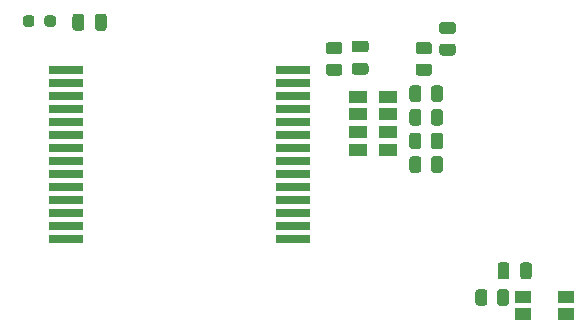
<source format=gbr>
%TF.GenerationSoftware,KiCad,Pcbnew,5.1.10-88a1d61d58~90~ubuntu20.04.1*%
%TF.CreationDate,2021-12-07T12:23:46+00:00*%
%TF.ProjectId,nrf52840,6e726635-3238-4343-902e-6b696361645f,rev?*%
%TF.SameCoordinates,Original*%
%TF.FileFunction,Paste,Top*%
%TF.FilePolarity,Positive*%
%FSLAX46Y46*%
G04 Gerber Fmt 4.6, Leading zero omitted, Abs format (unit mm)*
G04 Created by KiCad (PCBNEW 5.1.10-88a1d61d58~90~ubuntu20.04.1) date 2021-12-07 12:23:46*
%MOMM*%
%LPD*%
G01*
G04 APERTURE LIST*
%ADD10R,1.500000X1.000000*%
%ADD11R,1.400000X1.050000*%
%ADD12R,3.000000X0.800000*%
G04 APERTURE END LIST*
%TO.C,R8*%
G36*
G01*
X168650001Y-100900000D02*
X167749999Y-100900000D01*
G75*
G02*
X167500000Y-100650001I0J249999D01*
G01*
X167500000Y-100124999D01*
G75*
G02*
X167749999Y-99875000I249999J0D01*
G01*
X168650001Y-99875000D01*
G75*
G02*
X168900000Y-100124999I0J-249999D01*
G01*
X168900000Y-100650001D01*
G75*
G02*
X168650001Y-100900000I-249999J0D01*
G01*
G37*
G36*
G01*
X168650001Y-102725000D02*
X167749999Y-102725000D01*
G75*
G02*
X167500000Y-102475001I0J249999D01*
G01*
X167500000Y-101949999D01*
G75*
G02*
X167749999Y-101700000I249999J0D01*
G01*
X168650001Y-101700000D01*
G75*
G02*
X168900000Y-101949999I0J-249999D01*
G01*
X168900000Y-102475001D01*
G75*
G02*
X168650001Y-102725000I-249999J0D01*
G01*
G37*
%TD*%
%TO.C,R7*%
G36*
G01*
X178250001Y-99200000D02*
X177349999Y-99200000D01*
G75*
G02*
X177100000Y-98950001I0J249999D01*
G01*
X177100000Y-98424999D01*
G75*
G02*
X177349999Y-98175000I249999J0D01*
G01*
X178250001Y-98175000D01*
G75*
G02*
X178500000Y-98424999I0J-249999D01*
G01*
X178500000Y-98950001D01*
G75*
G02*
X178250001Y-99200000I-249999J0D01*
G01*
G37*
G36*
G01*
X178250001Y-101025000D02*
X177349999Y-101025000D01*
G75*
G02*
X177100000Y-100775001I0J249999D01*
G01*
X177100000Y-100249999D01*
G75*
G02*
X177349999Y-100000000I249999J0D01*
G01*
X178250001Y-100000000D01*
G75*
G02*
X178500000Y-100249999I0J-249999D01*
G01*
X178500000Y-100775001D01*
G75*
G02*
X178250001Y-101025000I-249999J0D01*
G01*
G37*
%TD*%
%TO.C,R6*%
G36*
G01*
X175349999Y-101700000D02*
X176250001Y-101700000D01*
G75*
G02*
X176500000Y-101949999I0J-249999D01*
G01*
X176500000Y-102475001D01*
G75*
G02*
X176250001Y-102725000I-249999J0D01*
G01*
X175349999Y-102725000D01*
G75*
G02*
X175100000Y-102475001I0J249999D01*
G01*
X175100000Y-101949999D01*
G75*
G02*
X175349999Y-101700000I249999J0D01*
G01*
G37*
G36*
G01*
X175349999Y-99875000D02*
X176250001Y-99875000D01*
G75*
G02*
X176500000Y-100124999I0J-249999D01*
G01*
X176500000Y-100650001D01*
G75*
G02*
X176250001Y-100900000I-249999J0D01*
G01*
X175349999Y-100900000D01*
G75*
G02*
X175100000Y-100650001I0J249999D01*
G01*
X175100000Y-100124999D01*
G75*
G02*
X175349999Y-99875000I249999J0D01*
G01*
G37*
%TD*%
%TO.C,R5*%
G36*
G01*
X175600000Y-109799999D02*
X175600000Y-110700001D01*
G75*
G02*
X175350001Y-110950000I-249999J0D01*
G01*
X174824999Y-110950000D01*
G75*
G02*
X174575000Y-110700001I0J249999D01*
G01*
X174575000Y-109799999D01*
G75*
G02*
X174824999Y-109550000I249999J0D01*
G01*
X175350001Y-109550000D01*
G75*
G02*
X175600000Y-109799999I0J-249999D01*
G01*
G37*
G36*
G01*
X177425000Y-109799999D02*
X177425000Y-110700001D01*
G75*
G02*
X177175001Y-110950000I-249999J0D01*
G01*
X176649999Y-110950000D01*
G75*
G02*
X176400000Y-110700001I0J249999D01*
G01*
X176400000Y-109799999D01*
G75*
G02*
X176649999Y-109550000I249999J0D01*
G01*
X177175001Y-109550000D01*
G75*
G02*
X177425000Y-109799999I0J-249999D01*
G01*
G37*
%TD*%
%TO.C,R4*%
G36*
G01*
X175600000Y-107799999D02*
X175600000Y-108700001D01*
G75*
G02*
X175350001Y-108950000I-249999J0D01*
G01*
X174824999Y-108950000D01*
G75*
G02*
X174575000Y-108700001I0J249999D01*
G01*
X174575000Y-107799999D01*
G75*
G02*
X174824999Y-107550000I249999J0D01*
G01*
X175350001Y-107550000D01*
G75*
G02*
X175600000Y-107799999I0J-249999D01*
G01*
G37*
G36*
G01*
X177425000Y-107799999D02*
X177425000Y-108700001D01*
G75*
G02*
X177175001Y-108950000I-249999J0D01*
G01*
X176649999Y-108950000D01*
G75*
G02*
X176400000Y-108700001I0J249999D01*
G01*
X176400000Y-107799999D01*
G75*
G02*
X176649999Y-107550000I249999J0D01*
G01*
X177175001Y-107550000D01*
G75*
G02*
X177425000Y-107799999I0J-249999D01*
G01*
G37*
%TD*%
%TO.C,R3*%
G36*
G01*
X175600000Y-105799999D02*
X175600000Y-106700001D01*
G75*
G02*
X175350001Y-106950000I-249999J0D01*
G01*
X174824999Y-106950000D01*
G75*
G02*
X174575000Y-106700001I0J249999D01*
G01*
X174575000Y-105799999D01*
G75*
G02*
X174824999Y-105550000I249999J0D01*
G01*
X175350001Y-105550000D01*
G75*
G02*
X175600000Y-105799999I0J-249999D01*
G01*
G37*
G36*
G01*
X177425000Y-105799999D02*
X177425000Y-106700001D01*
G75*
G02*
X177175001Y-106950000I-249999J0D01*
G01*
X176649999Y-106950000D01*
G75*
G02*
X176400000Y-106700001I0J249999D01*
G01*
X176400000Y-105799999D01*
G75*
G02*
X176649999Y-105550000I249999J0D01*
G01*
X177175001Y-105550000D01*
G75*
G02*
X177425000Y-105799999I0J-249999D01*
G01*
G37*
%TD*%
%TO.C,R2*%
G36*
G01*
X175600000Y-103799999D02*
X175600000Y-104700001D01*
G75*
G02*
X175350001Y-104950000I-249999J0D01*
G01*
X174824999Y-104950000D01*
G75*
G02*
X174575000Y-104700001I0J249999D01*
G01*
X174575000Y-103799999D01*
G75*
G02*
X174824999Y-103550000I249999J0D01*
G01*
X175350001Y-103550000D01*
G75*
G02*
X175600000Y-103799999I0J-249999D01*
G01*
G37*
G36*
G01*
X177425000Y-103799999D02*
X177425000Y-104700001D01*
G75*
G02*
X177175001Y-104950000I-249999J0D01*
G01*
X176649999Y-104950000D01*
G75*
G02*
X176400000Y-104700001I0J249999D01*
G01*
X176400000Y-103799999D01*
G75*
G02*
X176649999Y-103550000I249999J0D01*
G01*
X177175001Y-103550000D01*
G75*
G02*
X177425000Y-103799999I0J-249999D01*
G01*
G37*
%TD*%
D10*
%TO.C,D4*%
X170250000Y-109000000D03*
X172750000Y-109000000D03*
%TD*%
%TO.C,D3*%
X170250000Y-107500000D03*
X172750000Y-107500000D03*
%TD*%
%TO.C,D2*%
X170250000Y-106000000D03*
X172750000Y-106000000D03*
%TD*%
%TO.C,D1*%
X170250000Y-104500000D03*
X172750000Y-104500000D03*
%TD*%
%TO.C,C3*%
G36*
G01*
X183950000Y-119725000D02*
X183950000Y-118775000D01*
G75*
G02*
X184200000Y-118525000I250000J0D01*
G01*
X184700000Y-118525000D01*
G75*
G02*
X184950000Y-118775000I0J-250000D01*
G01*
X184950000Y-119725000D01*
G75*
G02*
X184700000Y-119975000I-250000J0D01*
G01*
X184200000Y-119975000D01*
G75*
G02*
X183950000Y-119725000I0J250000D01*
G01*
G37*
G36*
G01*
X182050000Y-119725000D02*
X182050000Y-118775000D01*
G75*
G02*
X182300000Y-118525000I250000J0D01*
G01*
X182800000Y-118525000D01*
G75*
G02*
X183050000Y-118775000I0J-250000D01*
G01*
X183050000Y-119725000D01*
G75*
G02*
X182800000Y-119975000I-250000J0D01*
G01*
X182300000Y-119975000D01*
G75*
G02*
X182050000Y-119725000I0J250000D01*
G01*
G37*
%TD*%
%TO.C,R1*%
G36*
G01*
X181987500Y-121950001D02*
X181987500Y-121049999D01*
G75*
G02*
X182237499Y-120800000I249999J0D01*
G01*
X182762501Y-120800000D01*
G75*
G02*
X183012500Y-121049999I0J-249999D01*
G01*
X183012500Y-121950001D01*
G75*
G02*
X182762501Y-122200000I-249999J0D01*
G01*
X182237499Y-122200000D01*
G75*
G02*
X181987500Y-121950001I0J249999D01*
G01*
G37*
G36*
G01*
X180162500Y-121950001D02*
X180162500Y-121049999D01*
G75*
G02*
X180412499Y-120800000I249999J0D01*
G01*
X180937501Y-120800000D01*
G75*
G02*
X181187500Y-121049999I0J-249999D01*
G01*
X181187500Y-121950001D01*
G75*
G02*
X180937501Y-122200000I-249999J0D01*
G01*
X180412499Y-122200000D01*
G75*
G02*
X180162500Y-121950001I0J249999D01*
G01*
G37*
%TD*%
%TO.C,FB1*%
G36*
G01*
X143675000Y-98337500D02*
X143675000Y-97862500D01*
G75*
G02*
X143912500Y-97625000I237500J0D01*
G01*
X144412500Y-97625000D01*
G75*
G02*
X144650000Y-97862500I0J-237500D01*
G01*
X144650000Y-98337500D01*
G75*
G02*
X144412500Y-98575000I-237500J0D01*
G01*
X143912500Y-98575000D01*
G75*
G02*
X143675000Y-98337500I0J237500D01*
G01*
G37*
G36*
G01*
X141850000Y-98337500D02*
X141850000Y-97862500D01*
G75*
G02*
X142087500Y-97625000I237500J0D01*
G01*
X142587500Y-97625000D01*
G75*
G02*
X142825000Y-97862500I0J-237500D01*
G01*
X142825000Y-98337500D01*
G75*
G02*
X142587500Y-98575000I-237500J0D01*
G01*
X142087500Y-98575000D01*
G75*
G02*
X141850000Y-98337500I0J237500D01*
G01*
G37*
%TD*%
%TO.C,C2*%
G36*
G01*
X147950000Y-98675000D02*
X147950000Y-97725000D01*
G75*
G02*
X148200000Y-97475000I250000J0D01*
G01*
X148700000Y-97475000D01*
G75*
G02*
X148950000Y-97725000I0J-250000D01*
G01*
X148950000Y-98675000D01*
G75*
G02*
X148700000Y-98925000I-250000J0D01*
G01*
X148200000Y-98925000D01*
G75*
G02*
X147950000Y-98675000I0J250000D01*
G01*
G37*
G36*
G01*
X146050000Y-98675000D02*
X146050000Y-97725000D01*
G75*
G02*
X146300000Y-97475000I250000J0D01*
G01*
X146800000Y-97475000D01*
G75*
G02*
X147050000Y-97725000I0J-250000D01*
G01*
X147050000Y-98675000D01*
G75*
G02*
X146800000Y-98925000I-250000J0D01*
G01*
X146300000Y-98925000D01*
G75*
G02*
X146050000Y-98675000I0J250000D01*
G01*
G37*
%TD*%
%TO.C,C1*%
G36*
G01*
X170875000Y-100750000D02*
X169925000Y-100750000D01*
G75*
G02*
X169675000Y-100500000I0J250000D01*
G01*
X169675000Y-100000000D01*
G75*
G02*
X169925000Y-99750000I250000J0D01*
G01*
X170875000Y-99750000D01*
G75*
G02*
X171125000Y-100000000I0J-250000D01*
G01*
X171125000Y-100500000D01*
G75*
G02*
X170875000Y-100750000I-250000J0D01*
G01*
G37*
G36*
G01*
X170875000Y-102650000D02*
X169925000Y-102650000D01*
G75*
G02*
X169675000Y-102400000I0J250000D01*
G01*
X169675000Y-101900000D01*
G75*
G02*
X169925000Y-101650000I250000J0D01*
G01*
X170875000Y-101650000D01*
G75*
G02*
X171125000Y-101900000I0J-250000D01*
G01*
X171125000Y-102400000D01*
G75*
G02*
X170875000Y-102650000I-250000J0D01*
G01*
G37*
%TD*%
D11*
%TO.C,SW1*%
X184200000Y-121450000D03*
X187800000Y-121450000D03*
X184200000Y-122900000D03*
X187800000Y-122900000D03*
%TD*%
D12*
%TO.C,U1*%
X145500000Y-116550000D03*
X145500000Y-115450000D03*
X145500000Y-114350000D03*
X145500000Y-113250000D03*
X145500000Y-112150000D03*
X145500000Y-111050000D03*
X145500000Y-109950000D03*
X145500000Y-108850000D03*
X145500000Y-107750000D03*
X145500000Y-106650000D03*
X145500000Y-105550000D03*
X145500000Y-104450000D03*
X145500000Y-103350000D03*
X145500000Y-102250000D03*
X164730000Y-102250000D03*
X164730000Y-103350000D03*
X164730000Y-104450000D03*
X164730000Y-105550000D03*
X164730000Y-106650000D03*
X164730000Y-107750000D03*
X164730000Y-108850000D03*
X164730000Y-109950000D03*
X164730000Y-111050000D03*
X164730000Y-112150000D03*
X164730000Y-113250000D03*
X164730000Y-114350000D03*
X164730000Y-115450000D03*
X164730000Y-116550000D03*
%TD*%
M02*

</source>
